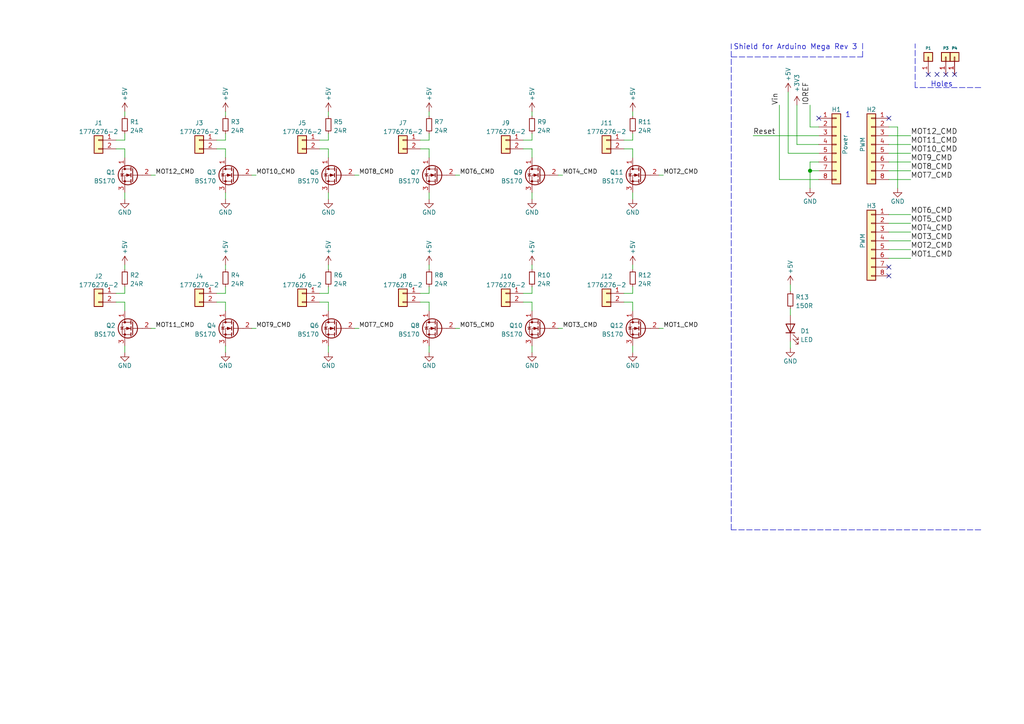
<source format=kicad_sch>
(kicad_sch (version 20211123) (generator eeschema)
  (paper "A4")
  (title_block (date "mar. 31 mars 2015"))
  (lib_symbols
    (symbol "Connector_Generic:Conn_01x01" (pin_names (offset 1.016) hide)
      (property "Reference" "J" (at 0 2.54 0))
      (property "Value" "Conn_01x01" (at 0 -2.54 0))
      (symbol "Conn_01x01_1_1"
        (rectangle (start -1.27 0.127) (end 0 -0.127) (stroke (width 0.1524)))
        (rectangle (start -1.27 1.27) (end 1.27 -1.27) (stroke (width 0.254)) (fill (type background)))
        (pin passive line (at -5.08 0 0) (length 3.81) (name "Pin_1") (number "1"))
      )
    )
    (symbol "Connector_Generic:Conn_01x02" (pin_names (offset 1.016) hide)
      (property "Reference" "J" (at 0 2.54 0))
      (property "Value" "Conn_01x02" (at 0 -5.08 0))
      (symbol "Conn_01x02_1_1"
        (rectangle (start -1.27 -2.413) (end 0 -2.667) (stroke (width 0.1524)))
        (rectangle (start -1.27 0.127) (end 0 -0.127) (stroke (width 0.1524)))
        (rectangle (start -1.27 1.27) (end 1.27 -3.81) (stroke (width 0.254)) (fill (type background)))
        (pin passive line (at -5.08 0 0) (length 3.81) (name "Pin_1") (number "1"))
        (pin passive line (at -5.08 -2.54 0) (length 3.81) (name "Pin_2") (number "2"))
      )
    )
    (symbol "Connector_Generic:Conn_01x08" (pin_names (offset 1.016) hide)
      (property "Reference" "J" (at 0 10.16 0))
      (property "Value" "Conn_01x08" (at 0 -12.7 0))
      (symbol "Conn_01x08_1_1"
        (rectangle (start -1.27 -10.033) (end 0 -10.287) (stroke (width 0.1524)))
        (rectangle (start -1.27 -7.493) (end 0 -7.747) (stroke (width 0.1524)))
        (rectangle (start -1.27 -4.953) (end 0 -5.207) (stroke (width 0.1524)))
        (rectangle (start -1.27 -2.413) (end 0 -2.667) (stroke (width 0.1524)))
        (rectangle (start -1.27 0.127) (end 0 -0.127) (stroke (width 0.1524)))
        (rectangle (start -1.27 2.667) (end 0 2.413) (stroke (width 0.1524)))
        (rectangle (start -1.27 5.207) (end 0 4.953) (stroke (width 0.1524)))
        (rectangle (start -1.27 7.747) (end 0 7.493) (stroke (width 0.1524)))
        (rectangle (start -1.27 8.89) (end 1.27 -11.43) (stroke (width 0.254)) (fill (type background)))
        (pin passive line (at -5.08 7.62 0) (length 3.81) (name "Pin_1") (number "1"))
        (pin passive line (at -5.08 5.08 0) (length 3.81) (name "Pin_2") (number "2"))
        (pin passive line (at -5.08 2.54 0) (length 3.81) (name "Pin_3") (number "3"))
        (pin passive line (at -5.08 0 0) (length 3.81) (name "Pin_4") (number "4"))
        (pin passive line (at -5.08 -2.54 0) (length 3.81) (name "Pin_5") (number "5"))
        (pin passive line (at -5.08 -5.08 0) (length 3.81) (name "Pin_6") (number "6"))
        (pin passive line (at -5.08 -7.62 0) (length 3.81) (name "Pin_7") (number "7"))
        (pin passive line (at -5.08 -10.16 0) (length 3.81) (name "Pin_8") (number "8"))
      )
    )
    (symbol "Device:LED" (pin_numbers hide) (pin_names (offset 1.016) hide)
      (property "Reference" "D" (at 0 2.54 0))
      (property "Value" "LED" (at 0 -2.54 0))
      (symbol "LED_0_1"
        (polyline (pts (xy -1.27 -1.27) (xy -1.27 1.27)) (stroke (width 0.254)))
        (polyline (pts (xy -1.27 0) (xy 1.27 0)))
        (polyline (pts (xy 1.27 -1.27) (xy 1.27 1.27) (xy -1.27 0) (xy 1.27 -1.27)) (stroke (width 0.254)))
        (polyline (pts (xy -3.048 -0.762) (xy -4.572 -2.286) (xy -3.81 -2.286) (xy -4.572 -2.286) (xy -4.572 -1.524)))
        (polyline (pts (xy -1.778 -0.762) (xy -3.302 -2.286) (xy -2.54 -2.286) (xy -3.302 -2.286) (xy -3.302 -1.524)))
      )
      (symbol "LED_1_1"
        (pin passive line (at -3.81 0 0) (length 2.54) (name "K") (number "1"))
        (pin passive line (at 3.81 0 180) (length 2.54) (name "A") (number "2"))
      )
    )
    (symbol "Device:R_Small" (pin_numbers hide) (pin_names (offset 0.254) hide)
      (property "Reference" "R" (at 0.762 0.508 0))
      (property "Value" "R_Small" (at 0.762 -1.016 0))
      (symbol "R_Small_0_1"
        (rectangle (start -0.762 1.778) (end 0.762 -1.778) (stroke (width 0.2032)))
      )
      (symbol "R_Small_1_1"
        (pin passive line (at 0 2.54 270) (length 0.762) (name "~") (number "1"))
        (pin passive line (at 0 -2.54 90) (length 0.762) (name "~") (number "2"))
      )
    )
    (symbol "Transistor_FET:BS107" (pin_names hide)
      (property "Reference" "Q" (at 5.08 1.905 0))
      (property "Value" "BS107" (at 5.08 0 0))
      (symbol "BS107_0_1"
        (polyline (pts (xy 0.254 0) (xy -2.54 0)))
        (polyline (pts (xy 0.254 1.905) (xy 0.254 -1.905)) (stroke (width 0.254)))
        (polyline (pts (xy 0.762 -1.27) (xy 0.762 -2.286)) (stroke (width 0.254)))
        (polyline (pts (xy 0.762 0.508) (xy 0.762 -0.508)) (stroke (width 0.254)))
        (polyline (pts (xy 0.762 2.286) (xy 0.762 1.27)) (stroke (width 0.254)))
        (polyline (pts (xy 2.54 2.54) (xy 2.54 1.778)))
        (polyline (pts (xy 2.54 -2.54) (xy 2.54 0) (xy 0.762 0)))
        (polyline (pts (xy 0.762 -1.778) (xy 3.302 -1.778) (xy 3.302 1.778) (xy 0.762 1.778)))
        (polyline (pts (xy 1.016 0) (xy 2.032 0.381) (xy 2.032 -0.381) (xy 1.016 0)) (fill (type outline)))
        (polyline (pts (xy 2.794 0.508) (xy 2.921 0.381) (xy 3.683 0.381) (xy 3.81 0.254)))
        (polyline (pts (xy 3.302 0.381) (xy 2.921 -0.254) (xy 3.683 -0.254) (xy 3.302 0.381)))
        (circle (center 1.651 0) (radius 2.794) (stroke (width 0.254)))
        (circle (center 2.54 -1.778) (radius 0.254) (fill (type outline)))
        (circle (center 2.54 1.778) (radius 0.254) (fill (type outline)))
      )
      (symbol "BS107_1_1"
        (pin passive line (at 2.54 5.08 270) (length 2.54) (name "D") (number "1"))
        (pin input line (at -5.08 0 0) (length 2.54) (name "G") (number "2"))
        (pin passive line (at 2.54 -5.08 90) (length 2.54) (name "S") (number "3"))
      )
    )
    (symbol "power:+3V3" (power) (pin_names (offset 0))
      (property "Value" "+3V3" (at 0 3.556 0))
      (symbol "+3V3_0_1"
        (polyline (pts (xy -0.762 1.27) (xy 0 2.54)))
        (polyline (pts (xy 0 0) (xy 0 2.54)))
        (polyline (pts (xy 0 2.54) (xy 0.762 1.27)))
      )
      (symbol "+3V3_1_1"
        (pin power_in line (at 0 0 90) (length 0) hide (name "+3V3") (number "1"))
      )
    )
    (symbol "power:+5V" (power) (pin_names (offset 0))
      (property "Value" "+5V" (at 0 3.556 0))
      (symbol "+5V_0_1"
        (polyline (pts (xy -0.762 1.27) (xy 0 2.54)))
        (polyline (pts (xy 0 0) (xy 0 2.54)))
        (polyline (pts (xy 0 2.54) (xy 0.762 1.27)))
      )
      (symbol "+5V_1_1"
        (pin power_in line (at 0 0 90) (length 0) hide (name "+5V") (number "1"))
      )
    )
    (symbol "power:GND" (power) (pin_names (offset 0))
      (property "Value" "GND" (at 0 -3.81 0))
      (symbol "GND_0_1"
        (polyline (pts (xy 0 0) (xy 0 -1.27) (xy 1.27 -1.27) (xy 0 -2.54) (xy -1.27 -1.27) (xy 0 -1.27)))
      )
      (symbol "GND_1_1"
        (pin power_in line (at 0 0 270) (length 0) hide (name "GND") (number "1"))
      )
    )
  )
  (junction (at 234.95 49.53) (diameter 1.016))
  (no_connect (at 257.81 77.47))
  (no_connect (at 257.81 80.01))
  (no_connect (at 257.81 34.29))
  (no_connect (at 269.24 21.59))
  (no_connect (at 271.78 21.59))
  (no_connect (at 276.86 21.59))
  (no_connect (at 237.49 34.29))
  (no_connect (at 274.32 21.59))
  (wire (pts (xy 151.765 85.09) (xy 154.305 85.09)))
  (wire (pts (xy 183.515 87.63) (xy 183.515 90.17)))
  (wire (pts (xy 183.515 55.88) (xy 183.515 57.785)))
  (wire (pts (xy 124.46 100.33) (xy 124.46 102.235)))
  (wire (pts (xy 154.305 43.18) (xy 154.305 45.72)))
  (wire (pts (xy 124.46 32.385) (xy 124.46 33.655)))
  (wire (pts (xy 92.71 40.64) (xy 95.25 40.64)))
  (wire (pts (xy 33.655 87.63) (xy 36.195 87.63)))
  (wire (pts (xy 124.46 40.64) (xy 124.46 38.735)))
  (wire (pts (xy 229.235 82.55) (xy 229.235 84.455)))
  (wire (pts (xy 121.92 85.09) (xy 124.46 85.09)))
  (wire (pts (xy 124.46 87.63) (xy 124.46 90.17)))
  (wire (pts (xy 124.46 55.88) (xy 124.46 57.785)))
  (wire (pts (xy 257.81 44.45) (xy 264.16 44.45)))
  (wire (pts (xy 234.95 46.99) (xy 234.95 49.53)))
  (wire (pts (xy 65.405 100.33) (xy 65.405 102.235)))
  (wire (pts (xy 36.195 43.18) (xy 36.195 45.72)))
  (wire (pts (xy 180.975 87.63) (xy 183.515 87.63)))
  (wire (pts (xy 95.25 32.385) (xy 95.25 33.655)))
  (wire (pts (xy 183.515 32.385) (xy 183.515 33.655)))
  (wire (pts (xy 154.305 40.64) (xy 154.305 38.735)))
  (wire (pts (xy 43.815 50.8) (xy 45.085 50.8)))
  (wire (pts (xy 234.95 49.53) (xy 234.95 54.61)))
  (wire (pts (xy 151.765 40.64) (xy 154.305 40.64)))
  (wire (pts (xy 36.195 100.33) (xy 36.195 102.235)))
  (wire (pts (xy 231.14 41.91) (xy 237.49 41.91)))
  (wire (pts (xy 95.25 87.63) (xy 95.25 90.17)))
  (wire (pts (xy 121.92 40.64) (xy 124.46 40.64)))
  (polyline (pts (xy 284.48 25.4) (xy 265.43 25.4)) (stroke (width 0) (type dash)))
  (wire (pts (xy 183.515 40.64) (xy 183.515 38.735)))
  (wire (pts (xy 228.6 44.45) (xy 237.49 44.45)))
  (wire (pts (xy 95.25 40.64) (xy 95.25 38.735)))
  (wire (pts (xy 228.6 26.67) (xy 228.6 44.45)))
  (wire (pts (xy 191.135 95.25) (xy 192.405 95.25)))
  (wire (pts (xy 132.08 95.25) (xy 133.35 95.25)))
  (wire (pts (xy 92.71 85.09) (xy 95.25 85.09)))
  (wire (pts (xy 73.025 95.25) (xy 74.295 95.25)))
  (wire (pts (xy 65.405 32.385) (xy 65.405 33.655)))
  (polyline (pts (xy 265.43 25.4) (xy 265.43 12.7)) (stroke (width 0) (type dash)))
  (wire (pts (xy 154.305 32.385) (xy 154.305 33.655)))
  (wire (pts (xy 231.14 30.48) (xy 231.14 41.91)))
  (wire (pts (xy 95.25 100.33) (xy 95.25 102.235)))
  (wire (pts (xy 36.195 40.64) (xy 36.195 38.735)))
  (wire (pts (xy 154.305 100.33) (xy 154.305 102.235)))
  (wire (pts (xy 151.765 43.18) (xy 154.305 43.18)))
  (wire (pts (xy 62.865 43.18) (xy 65.405 43.18)))
  (wire (pts (xy 257.81 46.99) (xy 264.16 46.99)))
  (wire (pts (xy 264.16 62.23) (xy 257.81 62.23)))
  (wire (pts (xy 154.305 85.09) (xy 154.305 83.185)))
  (wire (pts (xy 121.92 43.18) (xy 124.46 43.18)))
  (wire (pts (xy 183.515 43.18) (xy 183.515 45.72)))
  (wire (pts (xy 180.975 43.18) (xy 183.515 43.18)))
  (wire (pts (xy 124.46 43.18) (xy 124.46 45.72)))
  (wire (pts (xy 36.195 32.385) (xy 36.195 33.655)))
  (wire (pts (xy 154.305 76.835) (xy 154.305 78.105)))
  (wire (pts (xy 234.95 36.83) (xy 234.95 30.48)))
  (wire (pts (xy 154.305 55.88) (xy 154.305 57.785)))
  (wire (pts (xy 132.08 50.8) (xy 133.35 50.8)))
  (wire (pts (xy 36.195 87.63) (xy 36.195 90.17)))
  (wire (pts (xy 65.405 43.18) (xy 65.405 45.72)))
  (wire (pts (xy 257.81 39.37) (xy 264.16 39.37)))
  (wire (pts (xy 237.49 36.83) (xy 234.95 36.83)))
  (wire (pts (xy 95.25 43.18) (xy 95.25 45.72)))
  (wire (pts (xy 102.87 50.8) (xy 104.14 50.8)))
  (polyline (pts (xy 212.09 16.51) (xy 250.19 16.51)) (stroke (width 0) (type dash)))
  (wire (pts (xy 92.71 43.18) (xy 95.25 43.18)))
  (wire (pts (xy 264.16 67.31) (xy 257.81 67.31)))
  (wire (pts (xy 36.195 55.88) (xy 36.195 57.785)))
  (wire (pts (xy 264.16 41.91) (xy 257.81 41.91)))
  (polyline (pts (xy 212.09 153.67) (xy 212.09 12.7)) (stroke (width 0) (type dash)))
  (wire (pts (xy 33.655 43.18) (xy 36.195 43.18)))
  (wire (pts (xy 95.25 76.835) (xy 95.25 78.105)))
  (wire (pts (xy 102.87 95.25) (xy 104.14 95.25)))
  (wire (pts (xy 218.44 39.37) (xy 237.49 39.37)))
  (wire (pts (xy 151.765 87.63) (xy 154.305 87.63)))
  (wire (pts (xy 260.35 36.83) (xy 257.81 36.83)))
  (wire (pts (xy 257.81 64.77) (xy 264.16 64.77)))
  (wire (pts (xy 264.16 49.53) (xy 257.81 49.53)))
  (wire (pts (xy 237.49 49.53) (xy 234.95 49.53)))
  (wire (pts (xy 121.92 87.63) (xy 124.46 87.63)))
  (wire (pts (xy 124.46 85.09) (xy 124.46 83.185)))
  (wire (pts (xy 237.49 52.07) (xy 226.06 52.07)))
  (wire (pts (xy 154.305 87.63) (xy 154.305 90.17)))
  (wire (pts (xy 161.925 50.8) (xy 163.195 50.8)))
  (wire (pts (xy 229.235 89.535) (xy 229.235 91.44)))
  (wire (pts (xy 229.235 99.06) (xy 229.235 100.965)))
  (wire (pts (xy 180.975 85.09) (xy 183.515 85.09)))
  (wire (pts (xy 183.515 76.835) (xy 183.515 78.105)))
  (wire (pts (xy 33.655 40.64) (xy 36.195 40.64)))
  (wire (pts (xy 65.405 76.835) (xy 65.405 78.105)))
  (wire (pts (xy 237.49 46.99) (xy 234.95 46.99)))
  (wire (pts (xy 180.975 40.64) (xy 183.515 40.64)))
  (wire (pts (xy 65.405 87.63) (xy 65.405 90.17)))
  (wire (pts (xy 62.865 87.63) (xy 65.405 87.63)))
  (wire (pts (xy 161.925 95.25) (xy 163.195 95.25)))
  (wire (pts (xy 62.865 85.09) (xy 65.405 85.09)))
  (wire (pts (xy 257.81 52.07) (xy 264.16 52.07)))
  (polyline (pts (xy 250.19 16.51) (xy 250.19 12.065)) (stroke (width 0) (type dash)))
  (wire (pts (xy 95.25 85.09) (xy 95.25 83.185)))
  (wire (pts (xy 191.135 50.8) (xy 192.405 50.8)))
  (wire (pts (xy 95.25 55.88) (xy 95.25 57.785)))
  (wire (pts (xy 36.195 76.835) (xy 36.195 78.105)))
  (wire (pts (xy 92.71 87.63) (xy 95.25 87.63)))
  (wire (pts (xy 65.405 55.88) (xy 65.405 57.785)))
  (wire (pts (xy 183.515 85.09) (xy 183.515 83.185)))
  (wire (pts (xy 257.81 74.93) (xy 264.16 74.93)))
  (wire (pts (xy 65.405 85.09) (xy 65.405 83.185)))
  (wire (pts (xy 43.815 95.25) (xy 45.085 95.25)))
  (wire (pts (xy 264.16 72.39) (xy 257.81 72.39)))
  (wire (pts (xy 65.405 40.64) (xy 65.405 38.735)))
  (wire (pts (xy 73.025 50.8) (xy 74.295 50.8)))
  (wire (pts (xy 124.46 76.835) (xy 124.46 78.105)))
  (wire (pts (xy 36.195 85.09) (xy 36.195 83.185)))
  (wire (pts (xy 226.06 52.07) (xy 226.06 30.48)))
  (wire (pts (xy 62.865 40.64) (xy 65.405 40.64)))
  (polyline (pts (xy 284.48 153.67) (xy 212.09 153.67)) (stroke (width 0) (type dash)))
  (wire (pts (xy 260.35 54.61) (xy 260.35 36.83)))
  (wire (pts (xy 33.655 85.09) (xy 36.195 85.09)))
  (wire (pts (xy 183.515 100.33) (xy 183.515 102.235)))
  (wire (pts (xy 257.81 69.85) (xy 264.16 69.85)))
  (text "1" (at 245.11 34.29 0) (effects (font (size 1.524 1.524)) (justify left bottom)))
  (text "Holes" (at 269.875 25.4 0) (effects (font (size 1.524 1.524)) (justify left bottom)))
  (text "Shield for Arduino Mega Rev 3" (at 212.725 14.605 0) (effects (font (size 1.524 1.524)) (justify left bottom)))
  (label "MOT4_CMD" (at 163.195 50.8 0))
  (label "MOT11_CMD" (at 45.085 95.25 0))
  (label "MOT5_CMD" (at 133.35 95.25 0))
  (label "MOT8_CMD" (at 264.16 49.53 0) (effects (font (size 1.524 1.524))))
  (label "MOT11_CMD" (at 264.16 41.91 0) (effects (font (size 1.524 1.524))))
  (label "IOREF" (at 234.95 30.48 90) (effects (font (size 1.524 1.524))))
  (label "MOT2_CMD" (at 264.16 72.39 0) (effects (font (size 1.524 1.524))))
  (label "Reset" (at 218.44 39.37 0) (effects (font (size 1.524 1.524))))
  (label "MOT7_CMD" (at 104.14 95.25 0))
  (label "MOT1_CMD" (at 192.405 95.25 0))
  (label "MOT5_CMD" (at 264.16 64.77 0) (effects (font (size 1.524 1.524))))
  (label "MOT4_CMD" (at 264.16 67.31 0) (effects (font (size 1.524 1.524))))
  (label "MOT9_CMD" (at 74.295 95.25 0))
  (label "MOT12_CMD" (at 45.085 50.8 0))
  (label "MOT6_CMD" (at 133.35 50.8 0))
  (label "Vin" (at 226.06 30.48 90) (effects (font (size 1.524 1.524))))
  (label "MOT1_CMD" (at 264.16 74.93 0) (effects (font (size 1.524 1.524))))
  (label "MOT3_CMD" (at 163.195 95.25 0))
  (label "MOT10_CMD" (at 74.295 50.8 0))
  (label "MOT7_CMD" (at 264.16 52.07 0) (effects (font (size 1.524 1.524))))
  (label "MOT6_CMD" (at 264.16 62.23 0) (effects (font (size 1.524 1.524))))
  (label "MOT10_CMD" (at 264.16 44.45 0) (effects (font (size 1.524 1.524))))
  (label "MOT8_CMD" (at 104.14 50.8 0))
  (label "MOT3_CMD" (at 264.16 69.85 0) (effects (font (size 1.524 1.524))))
  (label "MOT12_CMD" (at 264.16 39.37 0) (effects (font (size 1.524 1.524))))
  (label "MOT9_CMD" (at 264.16 46.99 0) (effects (font (size 1.524 1.524))))
  (label "MOT2_CMD" (at 192.405 50.8 0))
  (symbol (lib_id "Connector_Generic:Conn_01x01") (at 269.24 16.51 90) (unit 1)
    (property "Reference" "P1" (at 269.24 13.97 90) (effects (font (size 0.7874 0.7874))))
    (property "Value" "CONN_01X01" (effects hide))
    (property "Footprint" "Socket_Arduino_Mega:Arduino_1pin" (effects hide))
  )
  (symbol (lib_id "Connector_Generic:Conn_01x01") (at 274.32 16.51 90) (unit 1)
    (property "Reference" "P3" (at 274.32 13.97 90) (effects (font (size 0.7874 0.7874))))
    (property "Value" "CONN_01X01" (effects hide))
    (property "Footprint" "Socket_Arduino_Mega:Arduino_1pin" (effects hide))
  )
  (symbol (lib_id "Connector_Generic:Conn_01x01") (at 276.86 16.51 90) (unit 1)
    (property "Reference" "P4" (at 276.86 13.97 90) (effects (font (size 0.7874 0.7874))))
    (property "Value" "CONN_01X01" (effects hide))
    (property "Footprint" "Socket_Arduino_Mega:Arduino_1pin" (effects hide))
  )
  (symbol (lib_id "Connector_Generic:Conn_01x08") (at 242.57 41.91 0) (unit 1)
    (property "Reference" "H1" (at 242.57 31.75 0))
    (property "Value" "Power" (at 245.11 41.91 90))
    (property "Footprint" "Socket_Arduino_Mega:Socket_Strip_Arduino_1x08" (effects hide))
  )
  (symbol (lib_id "power:+3V3") (at 231.14 30.48 0) (unit 1)
    (property "Reference" "#PWR028" (effects hide))
    (property "Value" "+3.3V" (at 231.14 24.13 90))
  )
  (symbol (lib_id "power:+5V") (at 228.6 26.67 0) (unit 1)
    (property "Reference" "#PWR025" (effects hide))
    (property "Value" "+5V" (at 228.6 21.59 90))
  )
  (symbol (lib_id "power:GND") (at 234.95 54.61 0) (unit 1)
    (property "Reference" "#PWR029" (effects hide))
    (property "Value" "GND" (at 234.95 58.42 0))
  )
  (symbol (lib_id "power:GND") (at 260.35 54.61 0) (unit 1)
    (property "Reference" "#PWR030" (effects hide))
    (property "Value" "GND" (at 260.35 58.42 0))
  )
  (symbol (lib_id "Connector_Generic:Conn_01x08") (at 252.73 69.85 0) (mirror y) (unit 1)
    (property "Reference" "H3" (at 252.73 59.69 0))
    (property "Value" "PWM" (at 250.19 69.85 90))
    (property "Footprint" "Socket_Arduino_Mega:Socket_Strip_Arduino_1x08" (effects hide))
  )
  (symbol (lib_id "power:+5V") (at 154.305 32.385 0) (unit 1)
    (property "Reference" "#PWR017" (effects hide))
    (property "Value" "+5V" (at 154.305 27.305 90))
  )
  (symbol (lib_id "power:+5V") (at 183.515 32.385 0) (unit 1)
    (property "Reference" "#PWR021" (effects hide))
    (property "Value" "+5V" (at 183.515 27.305 90))
  )
  (symbol (lib_id "Transistor_FET:BS107") (at 156.845 95.25 0) (mirror y) (unit 1)
    (property "Reference" "Q10" (at 151.6381 94.4153 0) (effects (justify left)))
    (property "Value" "BS170" (at 151.6381 96.9522 0) (effects (justify left)))
    (property "Footprint" "Package_TO_SOT_THT:TO-92_Inline" (effects hide))
    (property "Datasheet" "http://www.onsemi.com/pub_link/Collateral/BS107-D.PDF" (effects hide))
  )
  (symbol (lib_id "Transistor_FET:BS107") (at 67.945 95.25 0) (mirror y) (unit 1)
    (property "Reference" "Q4" (at 62.7381 94.4153 0) (effects (justify left)))
    (property "Value" "BS170" (at 62.7381 96.9522 0) (effects (justify left)))
    (property "Footprint" "Package_TO_SOT_THT:TO-92_Inline" (effects hide))
    (property "Datasheet" "http://www.onsemi.com/pub_link/Collateral/BS107-D.PDF" (effects hide))
  )
  (symbol (lib_id "Device:R_Small") (at 124.46 80.645 0) (unit 1)
    (property "Reference" "R8" (at 125.9586 79.8103 0) (effects (justify left)))
    (property "Value" "24R" (at 125.9586 82.3472 0) (effects (justify left)))
    (property "Footprint" "Resistor_THT:R_Axial_DIN0207_L6.3mm_D2.5mm_P10.16mm_Horizontal" (effects hide))
  )
  (symbol (lib_id "power:GND") (at 154.305 102.235 0) (unit 1)
    (property "Reference" "#PWR020" (effects hide))
    (property "Value" "GND" (at 154.305 106.045 0))
  )
  (symbol (lib_id "Connector_Generic:Conn_01x02") (at 87.63 40.64 0) (mirror y) (unit 1)
    (property "Reference" "J5" (at 87.63 35.6702 0))
    (property "Value" "1776276-2" (at 87.63 38.2071 0))
    (property "Footprint" "SamacSys:TE_Connectivity282834-2" (effects hide))
  )
  (symbol (lib_id "power:+5V") (at 95.25 76.835 0) (unit 1)
    (property "Reference" "#PWR011" (effects hide))
    (property "Value" "+5V" (at 95.25 71.755 90))
  )
  (symbol (lib_id "Device:R_Small") (at 229.235 86.995 0) (unit 1)
    (property "Reference" "R13" (at 230.7336 86.1603 0) (effects (justify left)))
    (property "Value" "150R" (at 230.7336 88.6972 0) (effects (justify left)))
    (property "Footprint" "Resistor_THT:R_Axial_DIN0207_L6.3mm_D2.5mm_P10.16mm_Horizontal" (effects hide))
  )
  (symbol (lib_id "Connector_Generic:Conn_01x02") (at 87.63 85.09 0) (mirror y) (unit 1)
    (property "Reference" "J6" (at 87.63 80.1202 0))
    (property "Value" "1776276-2" (at 87.63 82.6571 0))
    (property "Footprint" "SamacSys:TE_Connectivity282834-2" (effects hide))
  )
  (symbol (lib_id "Transistor_FET:BS107") (at 38.735 50.8 0) (mirror y) (unit 1)
    (property "Reference" "Q1" (at 33.5281 49.9653 0) (effects (justify left)))
    (property "Value" "BS170" (at 33.5281 52.5022 0) (effects (justify left)))
    (property "Footprint" "Package_TO_SOT_THT:TO-92_Inline" (effects hide))
    (property "Datasheet" "http://www.onsemi.com/pub_link/Collateral/BS107-D.PDF" (effects hide))
  )
  (symbol (lib_id "power:+5V") (at 154.305 76.835 0) (unit 1)
    (property "Reference" "#PWR019" (effects hide))
    (property "Value" "+5V" (at 154.305 71.755 90))
  )
  (symbol (lib_id "Connector_Generic:Conn_01x02") (at 146.685 85.09 0) (mirror y) (unit 1)
    (property "Reference" "J10" (at 146.685 80.1202 0))
    (property "Value" "1776276-2" (at 146.685 82.6571 0))
    (property "Footprint" "SamacSys:TE_Connectivity282834-2" (effects hide))
  )
  (symbol (lib_id "Transistor_FET:BS107") (at 97.79 95.25 0) (mirror y) (unit 1)
    (property "Reference" "Q6" (at 92.5831 94.4153 0) (effects (justify left)))
    (property "Value" "BS170" (at 92.5831 96.9522 0) (effects (justify left)))
    (property "Footprint" "Package_TO_SOT_THT:TO-92_Inline" (effects hide))
    (property "Datasheet" "http://www.onsemi.com/pub_link/Collateral/BS107-D.PDF" (effects hide))
  )
  (symbol (lib_id "power:GND") (at 124.46 57.785 0) (unit 1)
    (property "Reference" "#PWR014" (effects hide))
    (property "Value" "GND" (at 124.46 61.595 0))
  )
  (symbol (lib_id "Device:R_Small") (at 65.405 36.195 0) (unit 1)
    (property "Reference" "R3" (at 66.9036 35.3603 0) (effects (justify left)))
    (property "Value" "24R" (at 66.9036 37.8972 0) (effects (justify left)))
    (property "Footprint" "Resistor_THT:R_Axial_DIN0207_L6.3mm_D2.5mm_P10.16mm_Horizontal" (effects hide))
  )
  (symbol (lib_id "Connector_Generic:Conn_01x02") (at 146.685 40.64 0) (mirror y) (unit 1)
    (property "Reference" "J9" (at 146.685 35.6702 0))
    (property "Value" "1776276-2" (at 146.685 38.2071 0))
    (property "Footprint" "SamacSys:TE_Connectivity282834-2" (effects hide))
  )
  (symbol (lib_id "power:GND") (at 95.25 102.235 0) (unit 1)
    (property "Reference" "#PWR012" (effects hide))
    (property "Value" "GND" (at 95.25 106.045 0))
  )
  (symbol (lib_id "power:+5V") (at 65.405 76.835 0) (unit 1)
    (property "Reference" "#PWR07" (effects hide))
    (property "Value" "+5V" (at 65.405 71.755 90))
  )
  (symbol (lib_id "Device:R_Small") (at 154.305 80.645 0) (unit 1)
    (property "Reference" "R10" (at 155.8036 79.8103 0) (effects (justify left)))
    (property "Value" "24R" (at 155.8036 82.3472 0) (effects (justify left)))
    (property "Footprint" "Resistor_THT:R_Axial_DIN0207_L6.3mm_D2.5mm_P10.16mm_Horizontal" (effects hide))
  )
  (symbol (lib_id "Transistor_FET:BS107") (at 97.79 50.8 0) (mirror y) (unit 1)
    (property "Reference" "Q5" (at 92.5831 49.9653 0) (effects (justify left)))
    (property "Value" "BS170" (at 92.5831 52.5022 0) (effects (justify left)))
    (property "Footprint" "Package_TO_SOT_THT:TO-92_Inline" (effects hide))
    (property "Datasheet" "http://www.onsemi.com/pub_link/Collateral/BS107-D.PDF" (effects hide))
  )
  (symbol (lib_id "power:GND") (at 65.405 102.235 0) (unit 1)
    (property "Reference" "#PWR08" (effects hide))
    (property "Value" "GND" (at 65.405 106.045 0))
  )
  (symbol (lib_id "Device:R_Small") (at 124.46 36.195 0) (unit 1)
    (property "Reference" "R7" (at 125.9586 35.3603 0) (effects (justify left)))
    (property "Value" "24R" (at 125.9586 37.8972 0) (effects (justify left)))
    (property "Footprint" "Resistor_THT:R_Axial_DIN0207_L6.3mm_D2.5mm_P10.16mm_Horizontal" (effects hide))
  )
  (symbol (lib_id "power:GND") (at 36.195 102.235 0) (unit 1)
    (property "Reference" "#PWR04" (effects hide))
    (property "Value" "GND" (at 36.195 106.045 0))
  )
  (symbol (lib_id "power:+5V") (at 95.25 32.385 0) (unit 1)
    (property "Reference" "#PWR09" (effects hide))
    (property "Value" "+5V" (at 95.25 27.305 90))
  )
  (symbol (lib_id "Connector_Generic:Conn_01x02") (at 28.575 85.09 0) (mirror y) (unit 1)
    (property "Reference" "J2" (at 28.575 80.1202 0))
    (property "Value" "1776276-2" (at 28.575 82.6571 0))
    (property "Footprint" "SamacSys:TE_Connectivity282834-2" (effects hide))
  )
  (symbol (lib_id "power:+5V") (at 124.46 32.385 0) (unit 1)
    (property "Reference" "#PWR013" (effects hide))
    (property "Value" "+5V" (at 124.46 27.305 90))
  )
  (symbol (lib_id "power:+5V") (at 36.195 76.835 0) (unit 1)
    (property "Reference" "#PWR03" (effects hide))
    (property "Value" "+5V" (at 36.195 71.755 90))
  )
  (symbol (lib_id "power:GND") (at 229.235 100.965 0) (unit 1)
    (property "Reference" "#PWR027" (effects hide))
    (property "Value" "GND" (at 229.235 104.775 0))
  )
  (symbol (lib_id "Transistor_FET:BS107") (at 38.735 95.25 0) (mirror y) (unit 1)
    (property "Reference" "Q2" (at 33.5281 94.4153 0) (effects (justify left)))
    (property "Value" "BS170" (at 33.5281 96.9522 0) (effects (justify left)))
    (property "Footprint" "Package_TO_SOT_THT:TO-92_Inline" (effects hide))
    (property "Datasheet" "http://www.onsemi.com/pub_link/Collateral/BS107-D.PDF" (effects hide))
  )
  (symbol (lib_id "Transistor_FET:BS107") (at 67.945 50.8 0) (mirror y) (unit 1)
    (property "Reference" "Q3" (at 62.7381 49.9653 0) (effects (justify left)))
    (property "Value" "BS170" (at 62.7381 52.5022 0) (effects (justify left)))
    (property "Footprint" "Package_TO_SOT_THT:TO-92_Inline" (effects hide))
    (property "Datasheet" "http://www.onsemi.com/pub_link/Collateral/BS107-D.PDF" (effects hide))
  )
  (symbol (lib_id "Connector_Generic:Conn_01x02") (at 116.84 40.64 0) (mirror y) (unit 1)
    (property "Reference" "J7" (at 116.84 35.6702 0))
    (property "Value" "1776276-2" (at 116.84 38.2071 0))
    (property "Footprint" "SamacSys:TE_Connectivity282834-2" (effects hide))
  )
  (symbol (lib_id "Device:R_Small") (at 36.195 36.195 0) (unit 1)
    (property "Reference" "R1" (at 37.6936 35.3603 0) (effects (justify left)))
    (property "Value" "24R" (at 37.6936 37.8972 0) (effects (justify left)))
    (property "Footprint" "Resistor_THT:R_Axial_DIN0207_L6.3mm_D2.5mm_P10.16mm_Horizontal" (effects hide))
  )
  (symbol (lib_id "Connector_Generic:Conn_01x08") (at 252.73 41.91 0) (mirror y) (unit 1)
    (property "Reference" "H2" (at 252.73 31.75 0))
    (property "Value" "PWM" (at 250.19 41.91 90))
    (property "Footprint" "Socket_Arduino_Mega:Socket_Strip_Arduino_1x08" (effects hide))
  )
  (symbol (lib_id "Connector_Generic:Conn_01x02") (at 57.785 40.64 0) (mirror y) (unit 1)
    (property "Reference" "J3" (at 57.785 35.6702 0))
    (property "Value" "1776276-2" (at 57.785 38.2071 0))
    (property "Footprint" "SamacSys:TE_Connectivity282834-2" (effects hide))
  )
  (symbol (lib_id "power:GND") (at 154.305 57.785 0) (unit 1)
    (property "Reference" "#PWR018" (effects hide))
    (property "Value" "GND" (at 154.305 61.595 0))
  )
  (symbol (lib_id "power:+5V") (at 124.46 76.835 0) (unit 1)
    (property "Reference" "#PWR015" (effects hide))
    (property "Value" "+5V" (at 124.46 71.755 90))
  )
  (symbol (lib_id "Device:R_Small") (at 154.305 36.195 0) (unit 1)
    (property "Reference" "R9" (at 155.8036 35.3603 0) (effects (justify left)))
    (property "Value" "24R" (at 155.8036 37.8972 0) (effects (justify left)))
    (property "Footprint" "Resistor_THT:R_Axial_DIN0207_L6.3mm_D2.5mm_P10.16mm_Horizontal" (effects hide))
  )
  (symbol (lib_id "Transistor_FET:BS107") (at 186.055 95.25 0) (mirror y) (unit 1)
    (property "Reference" "Q12" (at 180.8481 94.4153 0) (effects (justify left)))
    (property "Value" "BS170" (at 180.8481 96.9522 0) (effects (justify left)))
    (property "Footprint" "Package_TO_SOT_THT:TO-92_Inline" (effects hide))
    (property "Datasheet" "http://www.onsemi.com/pub_link/Collateral/BS107-D.PDF" (effects hide))
  )
  (symbol (lib_id "power:GND") (at 65.405 57.785 0) (unit 1)
    (property "Reference" "#PWR06" (effects hide))
    (property "Value" "GND" (at 65.405 61.595 0))
  )
  (symbol (lib_id "Device:R_Small") (at 95.25 80.645 0) (unit 1)
    (property "Reference" "R6" (at 96.7486 79.8103 0) (effects (justify left)))
    (property "Value" "24R" (at 96.7486 82.3472 0) (effects (justify left)))
    (property "Footprint" "Resistor_THT:R_Axial_DIN0207_L6.3mm_D2.5mm_P10.16mm_Horizontal" (effects hide))
  )
  (symbol (lib_id "Connector_Generic:Conn_01x02") (at 57.785 85.09 0) (mirror y) (unit 1)
    (property "Reference" "J4" (at 57.785 80.1202 0))
    (property "Value" "1776276-2" (at 57.785 82.6571 0))
    (property "Footprint" "SamacSys:TE_Connectivity282834-2" (effects hide))
  )
  (symbol (lib_id "Transistor_FET:BS107") (at 156.845 50.8 0) (mirror y) (unit 1)
    (property "Reference" "Q9" (at 151.6381 49.9653 0) (effects (justify left)))
    (property "Value" "BS170" (at 151.6381 52.5022 0) (effects (justify left)))
    (property "Footprint" "Package_TO_SOT_THT:TO-92_Inline" (effects hide))
    (property "Datasheet" "http://www.onsemi.com/pub_link/Collateral/BS107-D.PDF" (effects hide))
  )
  (symbol (lib_id "power:+5V") (at 65.405 32.385 0) (unit 1)
    (property "Reference" "#PWR05" (effects hide))
    (property "Value" "+5V" (at 65.405 27.305 90))
  )
  (symbol (lib_id "Transistor_FET:BS107") (at 127 50.8 0) (mirror y) (unit 1)
    (property "Reference" "Q7" (at 121.7931 49.9653 0) (effects (justify left)))
    (property "Value" "BS170" (at 121.7931 52.5022 0) (effects (justify left)))
    (property "Footprint" "Package_TO_SOT_THT:TO-92_Inline" (effects hide))
    (property "Datasheet" "http://www.onsemi.com/pub_link/Collateral/BS107-D.PDF" (effects hide))
  )
  (symbol (lib_id "Transistor_FET:BS107") (at 186.055 50.8 0) (mirror y) (unit 1)
    (property "Reference" "Q11" (at 180.8481 49.9653 0) (effects (justify left)))
    (property "Value" "BS170" (at 180.8481 52.5022 0) (effects (justify left)))
    (property "Footprint" "Package_TO_SOT_THT:TO-92_Inline" (effects hide))
    (property "Datasheet" "http://www.onsemi.com/pub_link/Collateral/BS107-D.PDF" (effects hide))
  )
  (symbol (lib_id "power:GND") (at 183.515 102.235 0) (unit 1)
    (property "Reference" "#PWR024" (effects hide))
    (property "Value" "GND" (at 183.515 106.045 0))
  )
  (symbol (lib_id "power:GND") (at 95.25 57.785 0) (unit 1)
    (property "Reference" "#PWR010" (effects hide))
    (property "Value" "GND" (at 95.25 61.595 0))
  )
  (symbol (lib_id "Connector_Generic:Conn_01x02") (at 116.84 85.09 0) (mirror y) (unit 1)
    (property "Reference" "J8" (at 116.84 80.1202 0))
    (property "Value" "1776276-2" (at 116.84 82.6571 0))
    (property "Footprint" "SamacSys:TE_Connectivity282834-2" (effects hide))
  )
  (symbol (lib_id "power:+5V") (at 183.515 76.835 0) (unit 1)
    (property "Reference" "#PWR023" (effects hide))
    (property "Value" "+5V" (at 183.515 71.755 90))
  )
  (symbol (lib_id "Device:R_Small") (at 183.515 80.645 0) (unit 1)
    (property "Reference" "R12" (at 185.0136 79.8103 0) (effects (justify left)))
    (property "Value" "24R" (at 185.0136 82.3472 0) (effects (justify left)))
    (property "Footprint" "Resistor_THT:R_Axial_DIN0207_L6.3mm_D2.5mm_P10.16mm_Horizontal" (effects hide))
  )
  (symbol (lib_id "Device:R_Small") (at 95.25 36.195 0) (unit 1)
    (property "Reference" "R5" (at 96.7486 35.3603 0) (effects (justify left)))
    (property "Value" "24R" (at 96.7486 37.8972 0) (effects (justify left)))
    (property "Footprint" "Resistor_THT:R_Axial_DIN0207_L6.3mm_D2.5mm_P10.16mm_Horizontal" (effects hide))
  )
  (symbol (lib_id "Device:R_Small") (at 183.515 36.195 0) (unit 1)
    (property "Reference" "R11" (at 185.0136 35.3603 0) (effects (justify left)))
    (property "Value" "24R" (at 185.0136 37.8972 0) (effects (justify left)))
    (property "Footprint" "Resistor_THT:R_Axial_DIN0207_L6.3mm_D2.5mm_P10.16mm_Horizontal" (effects hide))
  )
  (symbol (lib_id "Device:LED") (at 229.235 95.25 90) (unit 1)
    (property "Reference" "D1" (at 232.156 96.0028 90) (effects (justify right)))
    (property "Value" "LED" (at 232.156 98.5397 90) (effects (justify right)))
    (property "Footprint" "LED_THT:LED_D3.0mm" (effects hide))
  )
  (symbol (lib_id "power:GND") (at 36.195 57.785 0) (unit 1)
    (property "Reference" "#PWR02" (effects hide))
    (property "Value" "GND" (at 36.195 61.595 0))
  )
  (symbol (lib_id "power:+5V") (at 229.235 82.55 0) (unit 1)
    (property "Reference" "#PWR026" (effects hide))
    (property "Value" "+5V" (at 229.235 77.47 90))
  )
  (symbol (lib_id "Device:R_Small") (at 36.195 80.645 0) (unit 1)
    (property "Reference" "R2" (at 37.6936 79.8103 0) (effects (justify left)))
    (property "Value" "24R" (at 37.6936 82.3472 0) (effects (justify left)))
    (property "Footprint" "Resistor_THT:R_Axial_DIN0207_L6.3mm_D2.5mm_P10.16mm_Horizontal" (effects hide))
  )
  (symbol (lib_id "power:GND") (at 183.515 57.785 0) (unit 1)
    (property "Reference" "#PWR022" (effects hide))
    (property "Value" "GND" (at 183.515 61.595 0))
  )
  (symbol (lib_id "Connector_Generic:Conn_01x02") (at 28.575 40.64 0) (mirror y) (unit 1)
    (property "Reference" "J1" (at 28.575 35.6702 0))
    (property "Value" "1776276-2" (at 28.575 38.2071 0))
    (property "Footprint" "SamacSys:TE_Connectivity282834-2" (effects hide))
  )
  (symbol (lib_id "Transistor_FET:BS107") (at 127 95.25 0) (mirror y) (unit 1)
    (property "Reference" "Q8" (at 121.7931 94.4153 0) (effects (justify left)))
    (property "Value" "BS170" (at 121.7931 96.9522 0) (effects (justify left)))
    (property "Footprint" "Package_TO_SOT_THT:TO-92_Inline" (effects hide))
    (property "Datasheet" "http://www.onsemi.com/pub_link/Collateral/BS107-D.PDF" (effects hide))
  )
  (symbol (lib_id "power:GND") (at 124.46 102.235 0) (unit 1)
    (property "Reference" "#PWR016" (effects hide))
    (property "Value" "GND" (at 124.46 106.045 0))
  )
  (symbol (lib_id "Connector_Generic:Conn_01x02") (at 175.895 40.64 0) (mirror y) (unit 1)
    (property "Reference" "J11" (at 175.895 35.6702 0))
    (property "Value" "1776276-2" (at 175.895 38.2071 0))
    (property "Footprint" "SamacSys:TE_Connectivity282834-2" (effects hide))
  )
  (symbol (lib_id "power:+5V") (at 36.195 32.385 0) (unit 1)
    (property "Reference" "#PWR01" (effects hide))
    (property "Value" "+5V" (at 36.195 27.305 90))
  )
  (symbol (lib_id "Device:R_Small") (at 65.405 80.645 0) (unit 1)
    (property "Reference" "R4" (at 66.9036 79.8103 0) (effects (justify left)))
    (property "Value" "24R" (at 66.9036 82.3472 0) (effects (justify left)))
    (property "Footprint" "Resistor_THT:R_Axial_DIN0207_L6.3mm_D2.5mm_P10.16mm_Horizontal" (effects hide))
  )
  (symbol (lib_id "Connector_Generic:Conn_01x02") (at 175.895 85.09 0) (mirror y) (unit 1)
    (property "Reference" "J12" (at 175.895 80.1202 0))
    (property "Value" "1776276-2" (at 175.895 82.6571 0))
    (property "Footprint" "SamacSys:TE_Connectivity282834-2" (effects hide))
  )
)
</source>
